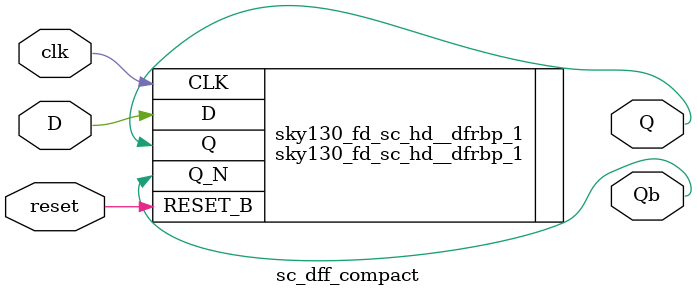
<source format=v>
`timescale 1ns / 1ps

module static_dff(set,
                  reset,
                  clk,
                  D,
                  Q);
//----- GLOBAL PORTS -----
input [0:0] set;
//----- GLOBAL PORTS -----
input [0:0] reset;
//----- GLOBAL PORTS -----
input [0:0] clk;
//----- INPUT PORTS -----
input [0:0] D;
//----- OUTPUT PORTS -----
output [0:0] Q;
  sky130_fd_sc_hd__dfrbp_1 sky130_fd_sc_hd__dfrbp_1(.CLK(clk), .D(D), .RESET_B(reset),  .Q(Q),  .Q_N(Qb));
//----- BEGIN wire-connection ports -----
//----- END wire-connection ports -----


//----- BEGIN Registered ports -----
//----- END Registered ports -----

// ----- Internal logic should start here -----


// ----- Internal logic should end here -----
endmodule
// ----- END Verilog module for static_dff -----


// ----- Template Verilog module for sc_dff_compact -----
// ----- Verilog module for sc_dff_compact -----
module sc_dff_compact(reset,
                      clk,
                      D,
                      Q,
                      Qb);
//----- GLOBAL PORTS -----
input [0:0] reset;
//----- GLOBAL PORTS -----
input [0:0] clk;
//----- INPUT PORTS -----
input [0:0] D;
//----- OUTPUT PORTS -----
output [0:0] Q;
//----- OUTPUT PORTS -----
output [0:0] Qb;
  sky130_fd_sc_hd__dfrbp_1 sky130_fd_sc_hd__dfrbp_1(.CLK(clk), .D(D), .RESET_B(reset),  .Q(Q),  .Q_N(Qb));
//----- BEGIN wire-connection ports -----
//----- END wire-connection ports -----


//----- BEGIN Registered ports -----
//----- END Registered ports -----

// ----- Internal logic should start here -----


// ----- Internal logic should end here -----
endmodule
// ----- END Verilog module for sc_dff_compact -----


// ----- Template Verilog module for iopad -----
// ----- Verilog module for iopad -----
/*module iopad(pad,
             outpad,
             en,
             inpad);
//----- GPIO PORTS -----
inout [0:0] pad;
//----- INPUT PORTS -----
input [0:0] outpad;
//----- INPUT PORTS -----
input [0:0] en;
//----- OUTPUT PORTS -----
output [0:0] inpad;

//----- BEGIN wire-connection ports -----
//----- END wire-connection ports -----


//----- BEGIN Registered ports -----
//----- END Registered ports -----

// ----- Internal logic should start here -----


// ----- Internal logic should end here -----
endmodule*/
// ----- END Verilog module for iopad -----



</source>
